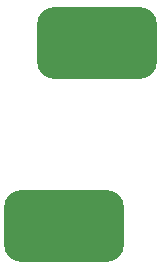
<source format=gbr>
%TF.GenerationSoftware,KiCad,Pcbnew,8.0.6*%
%TF.CreationDate,2025-01-14T13:14:06-07:00*%
%TF.ProjectId,Shutter current limit,53687574-7465-4722-9063-757272656e74,rev?*%
%TF.SameCoordinates,Original*%
%TF.FileFunction,Paste,Top*%
%TF.FilePolarity,Positive*%
%FSLAX46Y46*%
G04 Gerber Fmt 4.6, Leading zero omitted, Abs format (unit mm)*
G04 Created by KiCad (PCBNEW 8.0.6) date 2025-01-14 13:14:06*
%MOMM*%
%LPD*%
G01*
G04 APERTURE LIST*
G04 Aperture macros list*
%AMRoundRect*
0 Rectangle with rounded corners*
0 $1 Rounding radius*
0 $2 $3 $4 $5 $6 $7 $8 $9 X,Y pos of 4 corners*
0 Add a 4 corners polygon primitive as box body*
4,1,4,$2,$3,$4,$5,$6,$7,$8,$9,$2,$3,0*
0 Add four circle primitives for the rounded corners*
1,1,$1+$1,$2,$3*
1,1,$1+$1,$4,$5*
1,1,$1+$1,$6,$7*
1,1,$1+$1,$8,$9*
0 Add four rect primitives between the rounded corners*
20,1,$1+$1,$2,$3,$4,$5,0*
20,1,$1+$1,$4,$5,$6,$7,0*
20,1,$1+$1,$6,$7,$8,$9,0*
20,1,$1+$1,$8,$9,$2,$3,0*%
G04 Aperture macros list end*
%ADD10RoundRect,1.524000X-3.556000X-1.524000X3.556000X-1.524000X3.556000X1.524000X-3.556000X1.524000X0*%
G04 APERTURE END LIST*
D10*
%TO.C,JP2*%
X98044000Y-53340000D03*
%TD*%
%TO.C,JP4*%
X95250000Y-68834000D03*
%TD*%
M02*

</source>
